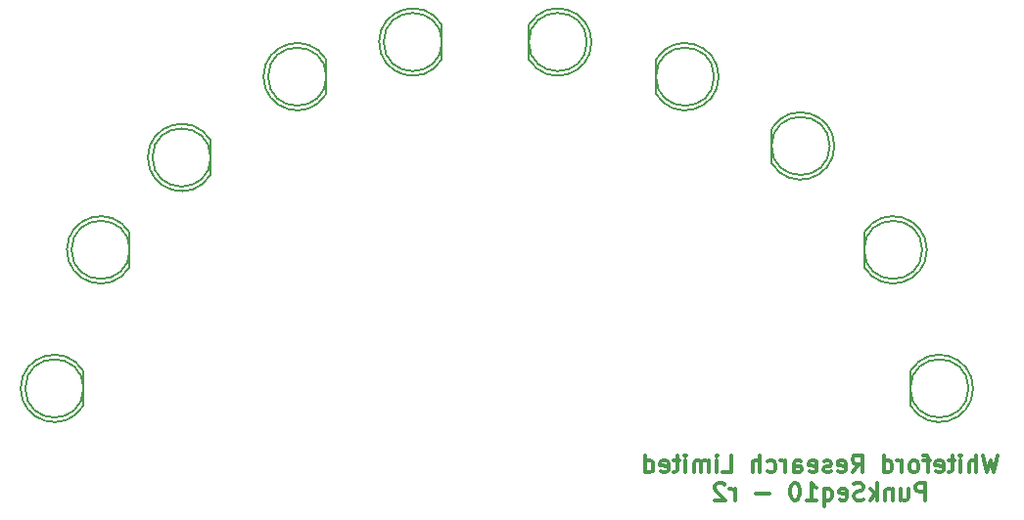
<source format=gbo>
G04 #@! TF.FileFunction,Legend,Bot*
%FSLAX46Y46*%
G04 Gerber Fmt 4.6, Leading zero omitted, Abs format (unit mm)*
G04 Created by KiCad (PCBNEW (2015-11-24 BZR 6329)-product) date Thu 14 Jan 2016 05:58:13 PM EST*
%MOMM*%
G01*
G04 APERTURE LIST*
%ADD10C,0.100000*%
%ADD11C,0.300000*%
%ADD12C,0.150000*%
G04 APERTURE END LIST*
D10*
D11*
X255321428Y-73778571D02*
X254964285Y-75278571D01*
X254678571Y-74207143D01*
X254392857Y-75278571D01*
X254035714Y-73778571D01*
X253464285Y-75278571D02*
X253464285Y-73778571D01*
X252821428Y-75278571D02*
X252821428Y-74492857D01*
X252892857Y-74350000D01*
X253035714Y-74278571D01*
X253249999Y-74278571D01*
X253392857Y-74350000D01*
X253464285Y-74421429D01*
X252107142Y-75278571D02*
X252107142Y-74278571D01*
X252107142Y-73778571D02*
X252178571Y-73850000D01*
X252107142Y-73921429D01*
X252035714Y-73850000D01*
X252107142Y-73778571D01*
X252107142Y-73921429D01*
X251607142Y-74278571D02*
X251035713Y-74278571D01*
X251392856Y-73778571D02*
X251392856Y-75064286D01*
X251321428Y-75207143D01*
X251178570Y-75278571D01*
X251035713Y-75278571D01*
X249964285Y-75207143D02*
X250107142Y-75278571D01*
X250392856Y-75278571D01*
X250535713Y-75207143D01*
X250607142Y-75064286D01*
X250607142Y-74492857D01*
X250535713Y-74350000D01*
X250392856Y-74278571D01*
X250107142Y-74278571D01*
X249964285Y-74350000D01*
X249892856Y-74492857D01*
X249892856Y-74635714D01*
X250607142Y-74778571D01*
X249464285Y-74278571D02*
X248892856Y-74278571D01*
X249249999Y-75278571D02*
X249249999Y-73992857D01*
X249178571Y-73850000D01*
X249035713Y-73778571D01*
X248892856Y-73778571D01*
X248178570Y-75278571D02*
X248321428Y-75207143D01*
X248392856Y-75135714D01*
X248464285Y-74992857D01*
X248464285Y-74564286D01*
X248392856Y-74421429D01*
X248321428Y-74350000D01*
X248178570Y-74278571D01*
X247964285Y-74278571D01*
X247821428Y-74350000D01*
X247749999Y-74421429D01*
X247678570Y-74564286D01*
X247678570Y-74992857D01*
X247749999Y-75135714D01*
X247821428Y-75207143D01*
X247964285Y-75278571D01*
X248178570Y-75278571D01*
X247035713Y-75278571D02*
X247035713Y-74278571D01*
X247035713Y-74564286D02*
X246964285Y-74421429D01*
X246892856Y-74350000D01*
X246749999Y-74278571D01*
X246607142Y-74278571D01*
X245464285Y-75278571D02*
X245464285Y-73778571D01*
X245464285Y-75207143D02*
X245607142Y-75278571D01*
X245892856Y-75278571D01*
X246035714Y-75207143D01*
X246107142Y-75135714D01*
X246178571Y-74992857D01*
X246178571Y-74564286D01*
X246107142Y-74421429D01*
X246035714Y-74350000D01*
X245892856Y-74278571D01*
X245607142Y-74278571D01*
X245464285Y-74350000D01*
X242749999Y-75278571D02*
X243249999Y-74564286D01*
X243607142Y-75278571D02*
X243607142Y-73778571D01*
X243035714Y-73778571D01*
X242892856Y-73850000D01*
X242821428Y-73921429D01*
X242749999Y-74064286D01*
X242749999Y-74278571D01*
X242821428Y-74421429D01*
X242892856Y-74492857D01*
X243035714Y-74564286D01*
X243607142Y-74564286D01*
X241535714Y-75207143D02*
X241678571Y-75278571D01*
X241964285Y-75278571D01*
X242107142Y-75207143D01*
X242178571Y-75064286D01*
X242178571Y-74492857D01*
X242107142Y-74350000D01*
X241964285Y-74278571D01*
X241678571Y-74278571D01*
X241535714Y-74350000D01*
X241464285Y-74492857D01*
X241464285Y-74635714D01*
X242178571Y-74778571D01*
X240892857Y-75207143D02*
X240750000Y-75278571D01*
X240464285Y-75278571D01*
X240321428Y-75207143D01*
X240250000Y-75064286D01*
X240250000Y-74992857D01*
X240321428Y-74850000D01*
X240464285Y-74778571D01*
X240678571Y-74778571D01*
X240821428Y-74707143D01*
X240892857Y-74564286D01*
X240892857Y-74492857D01*
X240821428Y-74350000D01*
X240678571Y-74278571D01*
X240464285Y-74278571D01*
X240321428Y-74350000D01*
X239035714Y-75207143D02*
X239178571Y-75278571D01*
X239464285Y-75278571D01*
X239607142Y-75207143D01*
X239678571Y-75064286D01*
X239678571Y-74492857D01*
X239607142Y-74350000D01*
X239464285Y-74278571D01*
X239178571Y-74278571D01*
X239035714Y-74350000D01*
X238964285Y-74492857D01*
X238964285Y-74635714D01*
X239678571Y-74778571D01*
X237678571Y-75278571D02*
X237678571Y-74492857D01*
X237750000Y-74350000D01*
X237892857Y-74278571D01*
X238178571Y-74278571D01*
X238321428Y-74350000D01*
X237678571Y-75207143D02*
X237821428Y-75278571D01*
X238178571Y-75278571D01*
X238321428Y-75207143D01*
X238392857Y-75064286D01*
X238392857Y-74921429D01*
X238321428Y-74778571D01*
X238178571Y-74707143D01*
X237821428Y-74707143D01*
X237678571Y-74635714D01*
X236964285Y-75278571D02*
X236964285Y-74278571D01*
X236964285Y-74564286D02*
X236892857Y-74421429D01*
X236821428Y-74350000D01*
X236678571Y-74278571D01*
X236535714Y-74278571D01*
X235392857Y-75207143D02*
X235535714Y-75278571D01*
X235821428Y-75278571D01*
X235964286Y-75207143D01*
X236035714Y-75135714D01*
X236107143Y-74992857D01*
X236107143Y-74564286D01*
X236035714Y-74421429D01*
X235964286Y-74350000D01*
X235821428Y-74278571D01*
X235535714Y-74278571D01*
X235392857Y-74350000D01*
X234750000Y-75278571D02*
X234750000Y-73778571D01*
X234107143Y-75278571D02*
X234107143Y-74492857D01*
X234178572Y-74350000D01*
X234321429Y-74278571D01*
X234535714Y-74278571D01*
X234678572Y-74350000D01*
X234750000Y-74421429D01*
X231535714Y-75278571D02*
X232250000Y-75278571D01*
X232250000Y-73778571D01*
X231035714Y-75278571D02*
X231035714Y-74278571D01*
X231035714Y-73778571D02*
X231107143Y-73850000D01*
X231035714Y-73921429D01*
X230964286Y-73850000D01*
X231035714Y-73778571D01*
X231035714Y-73921429D01*
X230321428Y-75278571D02*
X230321428Y-74278571D01*
X230321428Y-74421429D02*
X230250000Y-74350000D01*
X230107142Y-74278571D01*
X229892857Y-74278571D01*
X229750000Y-74350000D01*
X229678571Y-74492857D01*
X229678571Y-75278571D01*
X229678571Y-74492857D02*
X229607142Y-74350000D01*
X229464285Y-74278571D01*
X229250000Y-74278571D01*
X229107142Y-74350000D01*
X229035714Y-74492857D01*
X229035714Y-75278571D01*
X228321428Y-75278571D02*
X228321428Y-74278571D01*
X228321428Y-73778571D02*
X228392857Y-73850000D01*
X228321428Y-73921429D01*
X228250000Y-73850000D01*
X228321428Y-73778571D01*
X228321428Y-73921429D01*
X227821428Y-74278571D02*
X227249999Y-74278571D01*
X227607142Y-73778571D02*
X227607142Y-75064286D01*
X227535714Y-75207143D01*
X227392856Y-75278571D01*
X227249999Y-75278571D01*
X226178571Y-75207143D02*
X226321428Y-75278571D01*
X226607142Y-75278571D01*
X226749999Y-75207143D01*
X226821428Y-75064286D01*
X226821428Y-74492857D01*
X226749999Y-74350000D01*
X226607142Y-74278571D01*
X226321428Y-74278571D01*
X226178571Y-74350000D01*
X226107142Y-74492857D01*
X226107142Y-74635714D01*
X226821428Y-74778571D01*
X224821428Y-75278571D02*
X224821428Y-73778571D01*
X224821428Y-75207143D02*
X224964285Y-75278571D01*
X225249999Y-75278571D01*
X225392857Y-75207143D01*
X225464285Y-75135714D01*
X225535714Y-74992857D01*
X225535714Y-74564286D01*
X225464285Y-74421429D01*
X225392857Y-74350000D01*
X225249999Y-74278571D01*
X224964285Y-74278571D01*
X224821428Y-74350000D01*
X249071427Y-77678571D02*
X249071427Y-76178571D01*
X248499999Y-76178571D01*
X248357141Y-76250000D01*
X248285713Y-76321429D01*
X248214284Y-76464286D01*
X248214284Y-76678571D01*
X248285713Y-76821429D01*
X248357141Y-76892857D01*
X248499999Y-76964286D01*
X249071427Y-76964286D01*
X246928570Y-76678571D02*
X246928570Y-77678571D01*
X247571427Y-76678571D02*
X247571427Y-77464286D01*
X247499999Y-77607143D01*
X247357141Y-77678571D01*
X247142856Y-77678571D01*
X246999999Y-77607143D01*
X246928570Y-77535714D01*
X246214284Y-76678571D02*
X246214284Y-77678571D01*
X246214284Y-76821429D02*
X246142856Y-76750000D01*
X245999998Y-76678571D01*
X245785713Y-76678571D01*
X245642856Y-76750000D01*
X245571427Y-76892857D01*
X245571427Y-77678571D01*
X244857141Y-77678571D02*
X244857141Y-76178571D01*
X244714284Y-77107143D02*
X244285713Y-77678571D01*
X244285713Y-76678571D02*
X244857141Y-77250000D01*
X243714284Y-77607143D02*
X243499998Y-77678571D01*
X243142855Y-77678571D01*
X242999998Y-77607143D01*
X242928569Y-77535714D01*
X242857141Y-77392857D01*
X242857141Y-77250000D01*
X242928569Y-77107143D01*
X242999998Y-77035714D01*
X243142855Y-76964286D01*
X243428569Y-76892857D01*
X243571427Y-76821429D01*
X243642855Y-76750000D01*
X243714284Y-76607143D01*
X243714284Y-76464286D01*
X243642855Y-76321429D01*
X243571427Y-76250000D01*
X243428569Y-76178571D01*
X243071427Y-76178571D01*
X242857141Y-76250000D01*
X241642856Y-77607143D02*
X241785713Y-77678571D01*
X242071427Y-77678571D01*
X242214284Y-77607143D01*
X242285713Y-77464286D01*
X242285713Y-76892857D01*
X242214284Y-76750000D01*
X242071427Y-76678571D01*
X241785713Y-76678571D01*
X241642856Y-76750000D01*
X241571427Y-76892857D01*
X241571427Y-77035714D01*
X242285713Y-77178571D01*
X240285713Y-76678571D02*
X240285713Y-78178571D01*
X240285713Y-77607143D02*
X240428570Y-77678571D01*
X240714284Y-77678571D01*
X240857142Y-77607143D01*
X240928570Y-77535714D01*
X240999999Y-77392857D01*
X240999999Y-76964286D01*
X240928570Y-76821429D01*
X240857142Y-76750000D01*
X240714284Y-76678571D01*
X240428570Y-76678571D01*
X240285713Y-76750000D01*
X238785713Y-77678571D02*
X239642856Y-77678571D01*
X239214284Y-77678571D02*
X239214284Y-76178571D01*
X239357141Y-76392857D01*
X239499999Y-76535714D01*
X239642856Y-76607143D01*
X237857142Y-76178571D02*
X237714285Y-76178571D01*
X237571428Y-76250000D01*
X237499999Y-76321429D01*
X237428570Y-76464286D01*
X237357142Y-76750000D01*
X237357142Y-77107143D01*
X237428570Y-77392857D01*
X237499999Y-77535714D01*
X237571428Y-77607143D01*
X237714285Y-77678571D01*
X237857142Y-77678571D01*
X237999999Y-77607143D01*
X238071428Y-77535714D01*
X238142856Y-77392857D01*
X238214285Y-77107143D01*
X238214285Y-76750000D01*
X238142856Y-76464286D01*
X238071428Y-76321429D01*
X237999999Y-76250000D01*
X237857142Y-76178571D01*
X235571428Y-77107143D02*
X234428571Y-77107143D01*
X232571428Y-77678571D02*
X232571428Y-76678571D01*
X232571428Y-76964286D02*
X232500000Y-76821429D01*
X232428571Y-76750000D01*
X232285714Y-76678571D01*
X232142857Y-76678571D01*
X231714286Y-76321429D02*
X231642857Y-76250000D01*
X231500000Y-76178571D01*
X231142857Y-76178571D01*
X231000000Y-76250000D01*
X230928571Y-76321429D01*
X230857143Y-76464286D01*
X230857143Y-76607143D01*
X230928571Y-76821429D01*
X231785714Y-77678571D01*
X230857143Y-77678571D01*
D12*
X176214888Y-69524904D02*
G75*
G02X176230000Y-66500000I-2484888J1524904D01*
G01*
X176230000Y-69500000D02*
X176230000Y-66500000D01*
X176247936Y-68000000D02*
G75*
G03X176247936Y-68000000I-2517936J0D01*
G01*
X180214888Y-57524904D02*
G75*
G02X180230000Y-54500000I-2484888J1524904D01*
G01*
X180230000Y-57500000D02*
X180230000Y-54500000D01*
X180247936Y-56000000D02*
G75*
G03X180247936Y-56000000I-2517936J0D01*
G01*
X187214888Y-49524904D02*
G75*
G02X187230000Y-46500000I-2484888J1524904D01*
G01*
X187230000Y-49500000D02*
X187230000Y-46500000D01*
X187247936Y-48000000D02*
G75*
G03X187247936Y-48000000I-2517936J0D01*
G01*
X197214888Y-42524904D02*
G75*
G02X197230000Y-39500000I-2484888J1524904D01*
G01*
X197230000Y-42500000D02*
X197230000Y-39500000D01*
X197247936Y-41000000D02*
G75*
G03X197247936Y-41000000I-2517936J0D01*
G01*
X207214888Y-39524904D02*
G75*
G02X207230000Y-36500000I-2484888J1524904D01*
G01*
X207230000Y-39500000D02*
X207230000Y-36500000D01*
X207247936Y-38000000D02*
G75*
G03X207247936Y-38000000I-2517936J0D01*
G01*
X214785112Y-36475096D02*
G75*
G02X214770000Y-39500000I2484888J-1524904D01*
G01*
X214770000Y-36500000D02*
X214770000Y-39500000D01*
X219787936Y-38000000D02*
G75*
G03X219787936Y-38000000I-2517936J0D01*
G01*
X225785112Y-39475096D02*
G75*
G02X225770000Y-42500000I2484888J-1524904D01*
G01*
X225770000Y-39500000D02*
X225770000Y-42500000D01*
X230787936Y-41000000D02*
G75*
G03X230787936Y-41000000I-2517936J0D01*
G01*
X235785112Y-45475096D02*
G75*
G02X235770000Y-48500000I2484888J-1524904D01*
G01*
X235770000Y-45500000D02*
X235770000Y-48500000D01*
X240787936Y-47000000D02*
G75*
G03X240787936Y-47000000I-2517936J0D01*
G01*
X243785112Y-54475096D02*
G75*
G02X243770000Y-57500000I2484888J-1524904D01*
G01*
X243770000Y-54500000D02*
X243770000Y-57500000D01*
X248787936Y-56000000D02*
G75*
G03X248787936Y-56000000I-2517936J0D01*
G01*
X247785112Y-66475096D02*
G75*
G02X247770000Y-69500000I2484888J-1524904D01*
G01*
X247770000Y-66500000D02*
X247770000Y-69500000D01*
X252787936Y-68000000D02*
G75*
G03X252787936Y-68000000I-2517936J0D01*
G01*
M02*

</source>
